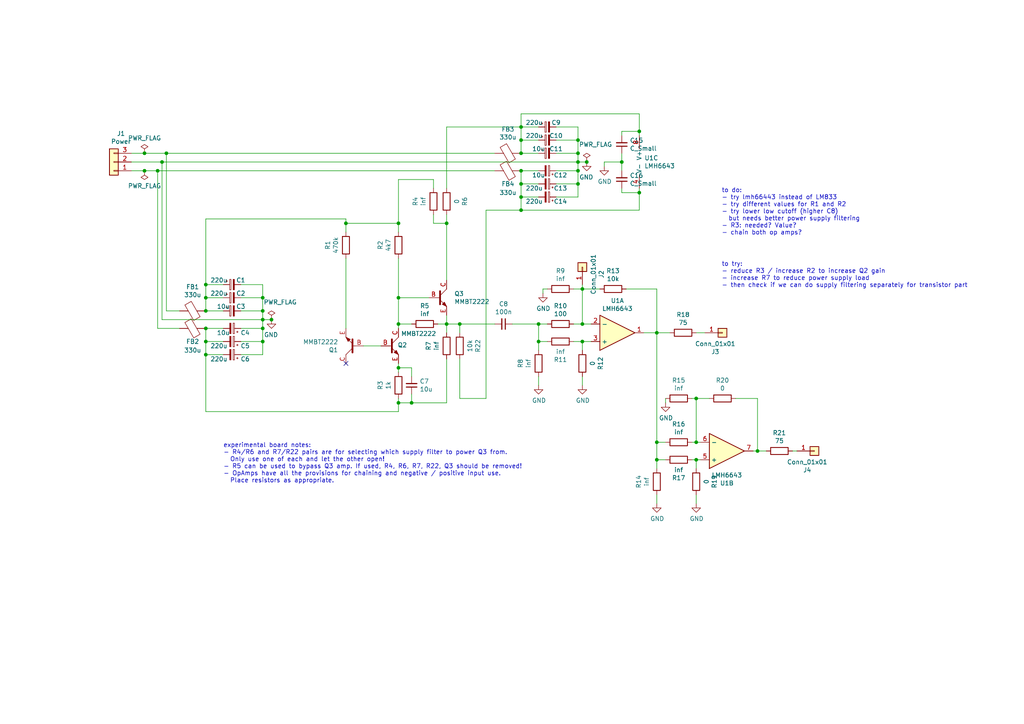
<source format=kicad_sch>
(kicad_sch (version 20231120) (generator "eeschema") (generator_version "8.0")
  (paper "A4")
  (lib_symbols
    (symbol "synkie_symbols:CP_Small" (pin_numbers hide) (pin_names (offset 0.254) hide)
      (property "Reference" "C" (at 0.254 1.778 0))
      (property "Value" "CP_Small" (at 0.254 -2.032 0))
      (symbol "CP_Small_0_1"
        (rectangle (start -1.524 -0.3048) (end 1.524 -0.6858) (fill (type outline)))
        (rectangle (start -1.524 0.6858) (end 1.524 0.3048))
        (polyline (pts (xy -1.27 1.524) (xy -0.762 1.524)))
        (polyline (pts (xy -1.016 1.27) (xy -1.016 1.778)))
      )
      (symbol "CP_Small_1_1"
        (pin passive line (at 0 2.54 270) (length 1.8542) (name "~") (number "1"))
        (pin passive line (at 0 -2.54 90) (length 1.8542) (name "~") (number "2"))
      )
    )
    (symbol "synkie_symbols:C_Small" (pin_numbers hide) (pin_names (offset 0.254) hide)
      (property "Reference" "C" (at 0.254 1.778 0))
      (property "Value" "C_Small" (at 0.254 -2.032 0))
      (symbol "C_Small_0_1"
        (polyline (pts (xy -1.524 -0.508) (xy 1.524 -0.508)) (stroke (width 0.3302)))
        (polyline (pts (xy -1.524 0.508) (xy 1.524 0.508)) (stroke (width 0.3048)))
      )
      (symbol "C_Small_1_1"
        (pin passive line (at 0 2.54 270) (length 2.032) (name "~") (number "1"))
        (pin passive line (at 0 -2.54 90) (length 2.032) (name "~") (number "2"))
      )
    )
    (symbol "synkie_symbols:Conn_01x01" (pin_names (offset 1.016) hide)
      (property "Reference" "J" (at 0 2.54 0))
      (property "Value" "Conn_01x01" (at 0 -2.54 0))
      (symbol "Conn_01x01_1_1"
        (rectangle (start -1.27 0.127) (end 0 -0.127) (stroke (width 0.1524)))
        (rectangle (start -1.27 1.27) (end 1.27 -1.27) (stroke (width 0.254)) (fill (type background)))
        (pin passive line (at -5.08 0 0) (length 3.81) (name "Pin_1") (number "1"))
      )
    )
    (symbol "synkie_symbols:Conn_01x03" (pin_names (offset 1.016) hide)
      (property "Reference" "J" (at 0 5.08 0))
      (property "Value" "Conn_01x03" (at 0 -5.08 0))
      (symbol "Conn_01x03_1_1"
        (rectangle (start -1.27 -2.413) (end 0 -2.667) (stroke (width 0.1524)))
        (rectangle (start -1.27 0.127) (end 0 -0.127) (stroke (width 0.1524)))
        (rectangle (start -1.27 2.667) (end 0 2.413) (stroke (width 0.1524)))
        (rectangle (start -1.27 3.81) (end 1.27 -3.81) (stroke (width 0.254)) (fill (type background)))
        (pin passive line (at -5.08 2.54 0) (length 3.81) (name "Pin_1") (number "1"))
        (pin passive line (at -5.08 0 0) (length 3.81) (name "Pin_2") (number "2"))
        (pin passive line (at -5.08 -2.54 0) (length 3.81) (name "Pin_3") (number "3"))
      )
    )
    (symbol "synkie_symbols:Ferrite_Bead" (pin_numbers hide) (pin_names (offset 0))
      (property "Reference" "FB" (at -3.81 0.635 90))
      (property "Value" "Ferrite_Bead" (at 3.81 0 90))
      (symbol "Ferrite_Bead_0_1"
        (polyline (pts (xy 0 -1.27) (xy 0 -1.2192)))
        (polyline (pts (xy 0 1.27) (xy 0 1.2954)))
        (polyline (pts (xy -2.7686 0.4064) (xy -1.7018 2.2606) (xy 2.7686 -0.3048) (xy 1.6764 -2.159) (xy -2.7686 0.4064)))
      )
      (symbol "Ferrite_Bead_1_1"
        (pin passive line (at 0 3.81 270) (length 2.54) (name "~") (number "1"))
        (pin passive line (at 0 -3.81 90) (length 2.54) (name "~") (number "2"))
      )
    )
    (symbol "synkie_symbols:GND" (power) (pin_names (offset 0))
      (property "Value" "GND" (at 0 -3.81 0))
      (symbol "GND_0_1"
        (polyline (pts (xy 0 0) (xy 0 -1.27) (xy 1.27 -1.27) (xy 0 -2.54) (xy -1.27 -1.27) (xy 0 -1.27)))
      )
      (symbol "GND_1_1"
        (pin power_in line (at 0 0 270) (length 0) hide (name "GND") (number "1"))
      )
    )
    (symbol "synkie_symbols:LMH6643"
      (property "Reference" "U" (at 0 5.08 0))
      (property "Value" "LMH6643" (at 0 -5.08 0))
      (symbol "LMH6643_1_1"
        (polyline (pts (xy -5.08 5.08) (xy 5.08 0) (xy -5.08 -5.08) (xy -5.08 5.08)) (stroke (width 0.254)) (fill (type background)))
        (pin output line (at 7.62 0 180) (length 2.54) (name "~") (number "1"))
        (pin input line (at -7.62 -2.54 0) (length 2.54) (name "-") (number "2"))
        (pin input line (at -7.62 2.54 0) (length 2.54) (name "+") (number "3"))
      )
      (symbol "LMH6643_2_1"
        (polyline (pts (xy -5.08 5.08) (xy 5.08 0) (xy -5.08 -5.08) (xy -5.08 5.08)) (stroke (width 0.254)) (fill (type background)))
        (pin input line (at -7.62 2.54 0) (length 2.54) (name "+") (number "5"))
        (pin input line (at -7.62 -2.54 0) (length 2.54) (name "-") (number "6"))
        (pin output line (at 7.62 0 180) (length 2.54) (name "~") (number "7"))
      )
      (symbol "LMH6643_3_1"
        (pin power_in line (at -2.54 -7.62 90) (length 3.81) (name "V-") (number "4"))
        (pin power_in line (at -2.54 7.62 270) (length 3.81) (name "V+") (number "8"))
      )
    )
    (symbol "synkie_symbols:PWR_FLAG" (power) (pin_numbers hide) (pin_names (offset 0) hide)
      (property "Value" "PWR_FLAG" (at 0 3.81 0))
      (symbol "PWR_FLAG_0_0"
        (pin power_out line (at 0 0 90) (length 0) (name "pwr") (number "1"))
      )
      (symbol "PWR_FLAG_0_1"
        (polyline (pts (xy 0 0) (xy 0 1.27) (xy -1.016 1.905) (xy 0 2.54) (xy 1.016 1.905) (xy 0 1.27)))
      )
    )
    (symbol "synkie_symbols:R" (pin_numbers hide) (pin_names (offset 0))
      (property "Reference" "R" (at 2.032 0 90))
      (property "Value" "R" (at 0 0 90))
      (symbol "R_0_1"
        (rectangle (start -1.016 -2.54) (end 1.016 2.54) (stroke (width 0.254)))
      )
      (symbol "R_1_1"
        (pin passive line (at 0 3.81 270) (length 1.27) (name "~") (number "1"))
        (pin passive line (at 0 -3.81 90) (length 1.27) (name "~") (number "2"))
      )
    )
    (symbol "synkie_symbols:Trans_NPN_Generic" (pin_names (offset 0) hide)
      (property "Reference" "Q" (at 2.54 1.27 0))
      (property "Value" "Trans_NPN_Generic" (at 10.16 -1.27 0))
      (symbol "Trans_NPN_Generic_1_1"
        (polyline (pts (xy -1.27 0) (xy -0.635 0)))
        (polyline (pts (xy -0.635 0.635) (xy 1.27 2.54)))
        (polyline (pts (xy -0.635 1.905) (xy -0.635 -1.905)) (stroke (width 0.508)))
        (polyline (pts (xy 1.27 -2.54) (xy -0.635 -0.635)))
        (polyline (pts (xy 0 -1.905) (xy 0.635 -1.27) (xy 1.27 -2.54) (xy 0 -1.905)) (fill (type outline)))
        (pin input line (at -3.81 0 0) (length 2.54) (name "B") (number "B"))
        (pin passive line (at 1.27 5.08 270) (length 2.54) (name "C") (number "C"))
        (pin passive line (at 1.27 -5.08 90) (length 2.54) (name "E") (number "E"))
      )
    )
  )
  (junction (at 151.13 53.34))
  (junction (at 151.13 60.96))
  (junction (at 100.33 64.77))
  (junction (at 115.57 64.77))
  (junction (at 48.26 44.45))
  (junction (at 151.13 36.83))
  (junction (at 156.21 99.06))
  (junction (at 156.21 93.98))
  (junction (at 151.13 44.45))
  (junction (at 78.74 92.71))
  (junction (at 115.57 116.84))
  (junction (at 167.64 49.53))
  (junction (at 180.34 46.99))
  (junction (at 219.71 130.81))
  (junction (at 201.93 133.35))
  (junction (at 133.35 93.98))
  (junction (at 115.57 93.98))
  (junction (at 76.2 90.17))
  (junction (at 167.64 44.45))
  (junction (at 185.42 55.88))
  (junction (at 115.57 106.68))
  (junction (at 201.93 128.27))
  (junction (at 46.99 46.99))
  (junction (at 185.42 38.1))
  (junction (at 59.69 102.87))
  (junction (at 41.91 44.45))
  (junction (at 201.93 115.57))
  (junction (at 76.2 99.06))
  (junction (at 170.18 46.99))
  (junction (at 151.13 49.53))
  (junction (at 190.5 133.35))
  (junction (at 168.91 83.82))
  (junction (at 45.72 49.53))
  (junction (at 115.57 86.36))
  (junction (at 151.13 40.64))
  (junction (at 190.5 96.52))
  (junction (at 167.64 46.99))
  (junction (at 59.69 95.25))
  (junction (at 59.69 82.55))
  (junction (at 151.13 57.15))
  (junction (at 168.91 99.06))
  (junction (at 76.2 92.71))
  (junction (at 59.69 86.36))
  (junction (at 168.91 93.98))
  (junction (at 41.91 49.53))
  (junction (at 129.54 64.77))
  (junction (at 59.69 90.17))
  (junction (at 167.64 40.64))
  (junction (at 129.54 93.98))
  (junction (at 59.69 99.06))
  (junction (at 76.2 95.25))
  (junction (at 76.2 86.36))
  (junction (at 119.38 116.84))
  (junction (at 167.64 53.34))
  (junction (at 190.5 128.27))
  (no_connect (at 100.33 105.41))
  (wire (pts (xy 115.57 119.38) (xy 115.57 116.84)))
  (wire (pts (xy 45.72 95.25) (xy 45.72 49.53)))
  (wire (pts (xy 190.5 143.51) (xy 190.5 146.05)))
  (wire (pts (xy 190.5 133.35) (xy 193.04 133.35)))
  (wire (pts (xy 115.57 67.31) (xy 115.57 64.77)))
  (wire (pts (xy 115.57 93.98) (xy 115.57 95.25)))
  (wire (pts (xy 64.77 82.55) (xy 59.69 82.55)))
  (wire (pts (xy 180.34 55.88) (xy 185.42 55.88)))
  (wire (pts (xy 133.35 93.98) (xy 143.51 93.98)))
  (wire (pts (xy 76.2 90.17) (xy 69.85 90.17)))
  (wire (pts (xy 158.75 83.82) (xy 157.48 83.82)))
  (wire (pts (xy 156.21 36.83) (xy 151.13 36.83)))
  (wire (pts (xy 46.99 92.71) (xy 76.2 92.71)))
  (wire (pts (xy 119.38 116.84) (xy 115.57 116.84)))
  (wire (pts (xy 115.57 106.68) (xy 115.57 105.41)))
  (wire (pts (xy 69.85 102.87) (xy 76.2 102.87)))
  (wire (pts (xy 168.91 83.82) (xy 166.37 83.82)))
  (wire (pts (xy 59.69 102.87) (xy 59.69 119.38)))
  (wire (pts (xy 168.91 101.6) (xy 168.91 99.06)))
  (wire (pts (xy 125.73 62.23) (xy 125.73 64.77)))
  (wire (pts (xy 38.1 46.99) (xy 46.99 46.99)))
  (wire (pts (xy 190.5 128.27) (xy 190.5 133.35)))
  (wire (pts (xy 175.26 48.26) (xy 175.26 46.99)))
  (wire (pts (xy 200.66 133.35) (xy 201.93 133.35)))
  (wire (pts (xy 156.21 101.6) (xy 156.21 99.06)))
  (wire (pts (xy 76.2 92.71) (xy 76.2 95.25)))
  (wire (pts (xy 200.66 128.27) (xy 201.93 128.27)))
  (wire (pts (xy 64.77 102.87) (xy 59.69 102.87)))
  (wire (pts (xy 76.2 82.55) (xy 69.85 82.55)))
  (wire (pts (xy 166.37 99.06) (xy 168.91 99.06)))
  (wire (pts (xy 185.42 54.61) (xy 185.42 55.88)))
  (wire (pts (xy 115.57 86.36) (xy 115.57 93.98)))
  (wire (pts (xy 64.77 86.36) (xy 59.69 86.36)))
  (wire (pts (xy 69.85 99.06) (xy 76.2 99.06)))
  (wire (pts (xy 167.64 46.99) (xy 167.64 49.53)))
  (wire (pts (xy 180.34 46.99) (xy 180.34 49.53)))
  (wire (pts (xy 167.64 40.64) (xy 167.64 36.83)))
  (wire (pts (xy 167.64 46.99) (xy 170.18 46.99)))
  (wire (pts (xy 201.93 143.51) (xy 201.93 146.05)))
  (wire (pts (xy 100.33 63.5) (xy 100.33 64.77)))
  (wire (pts (xy 168.91 82.55) (xy 168.91 83.82)))
  (wire (pts (xy 219.71 115.57) (xy 219.71 130.81)))
  (wire (pts (xy 100.33 64.77) (xy 100.33 67.31)))
  (wire (pts (xy 167.64 36.83) (xy 161.29 36.83)))
  (wire (pts (xy 127 93.98) (xy 129.54 93.98)))
  (wire (pts (xy 151.13 40.64) (xy 151.13 44.45)))
  (wire (pts (xy 125.73 52.07) (xy 115.57 52.07)))
  (wire (pts (xy 133.35 93.98) (xy 133.35 96.52)))
  (wire (pts (xy 190.5 83.82) (xy 181.61 83.82)))
  (wire (pts (xy 46.99 92.71) (xy 46.99 46.99)))
  (wire (pts (xy 180.34 38.1) (xy 185.42 38.1)))
  (wire (pts (xy 156.21 93.98) (xy 158.75 93.98)))
  (wire (pts (xy 129.54 104.14) (xy 129.54 116.84)))
  (wire (pts (xy 201.93 133.35) (xy 203.2 133.35)))
  (wire (pts (xy 190.5 135.89) (xy 190.5 133.35)))
  (wire (pts (xy 48.26 44.45) (xy 143.51 44.45)))
  (wire (pts (xy 167.64 44.45) (xy 167.64 46.99)))
  (wire (pts (xy 46.99 46.99) (xy 167.64 46.99)))
  (wire (pts (xy 168.91 109.22) (xy 168.91 111.76)))
  (wire (pts (xy 100.33 74.93) (xy 100.33 95.25)))
  (wire (pts (xy 200.66 115.57) (xy 201.93 115.57)))
  (wire (pts (xy 151.13 53.34) (xy 151.13 49.53)))
  (wire (pts (xy 119.38 106.68) (xy 119.38 109.22)))
  (wire (pts (xy 115.57 106.68) (xy 119.38 106.68)))
  (wire (pts (xy 201.93 96.52) (xy 204.47 96.52)))
  (wire (pts (xy 45.72 49.53) (xy 143.51 49.53)))
  (wire (pts (xy 185.42 33.02) (xy 151.13 33.02)))
  (wire (pts (xy 140.97 60.96) (xy 151.13 60.96)))
  (wire (pts (xy 119.38 114.3) (xy 119.38 116.84)))
  (wire (pts (xy 185.42 38.1) (xy 185.42 39.37)))
  (wire (pts (xy 167.64 57.15) (xy 167.64 53.34)))
  (wire (pts (xy 64.77 99.06) (xy 59.69 99.06)))
  (wire (pts (xy 193.04 115.57) (xy 193.04 116.84)))
  (wire (pts (xy 119.38 93.98) (xy 115.57 93.98)))
  (wire (pts (xy 125.73 54.61) (xy 125.73 52.07)))
  (wire (pts (xy 185.42 60.96) (xy 151.13 60.96)))
  (wire (pts (xy 76.2 99.06) (xy 76.2 95.25)))
  (wire (pts (xy 173.99 83.82) (xy 168.91 83.82)))
  (wire (pts (xy 76.2 102.87) (xy 76.2 99.06)))
  (wire (pts (xy 167.64 53.34) (xy 167.64 49.53)))
  (wire (pts (xy 190.5 96.52) (xy 190.5 83.82)))
  (wire (pts (xy 161.29 40.64) (xy 167.64 40.64)))
  (wire (pts (xy 167.64 49.53) (xy 161.29 49.53)))
  (wire (pts (xy 76.2 90.17) (xy 76.2 86.36)))
  (wire (pts (xy 59.69 102.87) (xy 59.69 99.06)))
  (wire (pts (xy 76.2 95.25) (xy 69.85 95.25)))
  (wire (pts (xy 129.54 64.77) (xy 129.54 81.28)))
  (wire (pts (xy 129.54 93.98) (xy 133.35 93.98)))
  (wire (pts (xy 115.57 52.07) (xy 115.57 64.77)))
  (wire (pts (xy 105.41 100.33) (xy 110.49 100.33)))
  (wire (pts (xy 115.57 107.95) (xy 115.57 106.68)))
  (wire (pts (xy 52.07 90.17) (xy 48.26 90.17)))
  (wire (pts (xy 115.57 74.93) (xy 115.57 86.36)))
  (wire (pts (xy 201.93 128.27) (xy 203.2 128.27)))
  (wire (pts (xy 158.75 99.06) (xy 156.21 99.06)))
  (wire (pts (xy 156.21 99.06) (xy 156.21 93.98)))
  (wire (pts (xy 115.57 115.57) (xy 115.57 116.84)))
  (wire (pts (xy 167.64 44.45) (xy 161.29 44.45)))
  (wire (pts (xy 59.69 119.38) (xy 115.57 119.38)))
  (wire (pts (xy 161.29 57.15) (xy 167.64 57.15)))
  (wire (pts (xy 69.85 86.36) (xy 76.2 86.36)))
  (wire (pts (xy 175.26 46.99) (xy 180.34 46.99)))
  (wire (pts (xy 201.93 115.57) (xy 205.74 115.57)))
  (wire (pts (xy 115.57 64.77) (xy 100.33 64.77)))
  (wire (pts (xy 129.54 36.83) (xy 129.54 54.61)))
  (wire (pts (xy 180.34 54.61) (xy 180.34 55.88)))
  (wire (pts (xy 129.54 93.98) (xy 129.54 96.52)))
  (wire (pts (xy 59.69 63.5) (xy 100.33 63.5)))
  (wire (pts (xy 151.13 60.96) (xy 151.13 57.15)))
  (wire (pts (xy 201.93 115.57) (xy 201.93 128.27)))
  (wire (pts (xy 201.93 135.89) (xy 201.93 133.35)))
  (wire (pts (xy 190.5 96.52) (xy 190.5 128.27)))
  (wire (pts (xy 124.46 86.36) (xy 115.57 86.36)))
  (wire (pts (xy 161.29 53.34) (xy 167.64 53.34)))
  (wire (pts (xy 180.34 44.45) (xy 180.34 46.99)))
  (wire (pts (xy 168.91 83.82) (xy 168.91 93.98)))
  (wire (pts (xy 185.42 33.02) (xy 185.42 38.1)))
  (wire (pts (xy 133.35 104.14) (xy 133.35 115.57)))
  (wire (pts (xy 156.21 40.64) (xy 151.13 40.64)))
  (wire (pts (xy 218.44 130.81) (xy 219.71 130.81)))
  (wire (pts (xy 64.77 95.25) (xy 59.69 95.25)))
  (wire (pts (xy 59.69 99.06) (xy 59.69 95.25)))
  (wire (pts (xy 76.2 86.36) (xy 76.2 82.55)))
  (wire (pts (xy 129.54 116.84) (xy 119.38 116.84)))
  (wire (pts (xy 157.48 83.82) (xy 157.48 85.09)))
  (wire (pts (xy 140.97 115.57) (xy 140.97 60.96)))
  (wire (pts (xy 213.36 115.57) (xy 219.71 115.57)))
  (wire (pts (xy 59.69 86.36) (xy 59.69 90.17)))
  (wire (pts (xy 38.1 44.45) (xy 41.91 44.45)))
  (wire (pts (xy 129.54 91.44) (xy 129.54 93.98)))
  (wire (pts (xy 167.64 44.45) (xy 167.64 40.64)))
  (wire (pts (xy 59.69 82.55) (xy 59.69 63.5)))
  (wire (pts (xy 129.54 62.23) (xy 129.54 64.77)))
  (wire (pts (xy 125.73 64.77) (xy 129.54 64.77)))
  (wire (pts (xy 38.1 49.53) (xy 41.91 49.53)))
  (wire (pts (xy 180.34 39.37) (xy 180.34 38.1)))
  (wire (pts (xy 229.87 130.81) (xy 231.14 130.81)))
  (wire (pts (xy 76.2 92.71) (xy 78.74 92.71)))
  (wire (pts (xy 156.21 109.22) (xy 156.21 111.76)))
  (wire (pts (xy 168.91 99.06) (xy 171.45 99.06)))
  (wire (pts (xy 186.69 96.52) (xy 190.5 96.52)))
  (wire (pts (xy 156.21 44.45) (xy 151.13 44.45)))
  (wire (pts (xy 151.13 36.83) (xy 129.54 36.83)))
  (wire (pts (xy 41.91 44.45) (xy 48.26 44.45)))
  (wire (pts (xy 168.91 93.98) (xy 171.45 93.98)))
  (wire (pts (xy 151.13 57.15) (xy 151.13 53.34)))
  (wire (pts (xy 185.42 55.88) (xy 185.42 60.96)))
  (wire (pts (xy 48.26 90.17) (xy 48.26 44.45)))
  (wire (pts (xy 193.04 128.27) (xy 190.5 128.27)))
  (wire (pts (xy 151.13 36.83) (xy 151.13 40.64)))
  (wire (pts (xy 52.07 95.25) (xy 45.72 95.25)))
  (wire (pts (xy 76.2 90.17) (xy 76.2 92.71)))
  (wire (pts (xy 59.69 82.55) (xy 59.69 86.36)))
  (wire (pts (xy 156.21 57.15) (xy 151.13 57.15)))
  (wire (pts (xy 194.31 96.52) (xy 190.5 96.52)))
  (wire (pts (xy 133.35 115.57) (xy 140.97 115.57)))
  (wire (pts (xy 41.91 49.53) (xy 45.72 49.53)))
  (wire (pts (xy 64.77 90.17) (xy 59.69 90.17)))
  (wire (pts (xy 156.21 49.53) (xy 151.13 49.53)))
  (wire (pts (xy 148.59 93.98) (xy 156.21 93.98)))
  (wire (pts (xy 156.21 53.34) (xy 151.13 53.34)))
  (wire (pts (xy 219.71 130.81) (xy 222.25 130.81)))
  (wire (pts (xy 151.13 33.02) (xy 151.13 36.83)))
  (wire (pts (xy 166.37 93.98) (xy 168.91 93.98)))
  (text "to do:\n- try lmh66443 instead of LM833\n- try different values for R1 and R2\n- try lower low cutoff (higher C8)\n  but needs better power supply filtering\n- R3: needed? Value?\n- chain both op amps?" (at 209.296 68.326 0) (effects (font (size 1.27 1.27)) (justify left bottom)))
  (text "experimental board notes:\n- R4/R6 and R7/R22 pairs are for selecting which supply filter to power Q3 from.\n  Only use one of each and let the other open!\n- R5 can be used to bypass Q3 amp. If used, R4, R6, R7, R22, Q3 should be removed!\n- OpAmps have all the provisions for chaining and negative / positive input use.\n  Place resistors as appropriate." (at 64.77 134.366 0) (effects (font (size 1.27 1.27)) (justify left)))
  (text "to try:\n- reduce R3 / increase R2 to increase Q2 gain\n- increase R7 to reduce power supply load\n- then check if we can do supply filtering separately for transistor part" (at 209.296 83.566 0) (effects (font (size 1.27 1.27)) (justify left bottom)))
  (symbol (lib_id "synkie_symbols:Conn_01x03") (at 33.02 46.99 180) (unit 1)
    (property "Reference" "J1" (at 35.1028 38.735 0))
    (property "Value" "Power" (at 35.1028 41.0464 0))
    (property "Footprint" "synkie_footprints:Molex_KK-254_AE-6410-03A_1x03_P2.54mm_Vertical" (effects (hide yes)))
  )
  (symbol (lib_id "synkie_symbols:CP_Small") (at 67.31 90.17 90) (mirror x) (unit 1)
    (property "Reference" "C3" (at 69.85 88.9 90))
    (property "Value" "10u" (at 64.77 88.9 90))
    (property "Footprint" "synkie_footprints:CP_EIA-3528-21_Kemet-B_Pad1.50x2.35mm_HandSolder" (effects (hide yes)))
  )
  (symbol (lib_id "synkie_symbols:Ferrite_Bead") (at 55.88 90.17 90) (mirror x) (unit 1)
    (property "Reference" "FB1" (at 55.88 83.2104 90))
    (property "Value" "330u" (at 55.88 85.5218 90))
    (property "Footprint" "synkie_footprints:L_1206_3216Metric_Pad1.42x1.75mm_HandSolder" (effects (hide yes)))
  )
  (symbol (lib_id "synkie_symbols:Ferrite_Bead") (at 55.88 95.25 90) (mirror x) (unit 1)
    (property "Reference" "FB2" (at 55.88 99.06 90))
    (property "Value" "330u" (at 55.88 101.6 90))
    (property "Footprint" "synkie_footprints:L_1206_3216Metric_Pad1.42x1.75mm_HandSolder" (effects (hide yes)))
  )
  (symbol (lib_id "synkie_symbols:CP_Small") (at 67.31 95.25 270) (mirror x) (unit 1)
    (property "Reference" "C4" (at 71.12 96.52 90))
    (property "Value" "10u" (at 64.77 96.52 90))
    (property "Footprint" "synkie_footprints:CP_EIA-3528-21_Kemet-B_Pad1.50x2.35mm_HandSolder" (effects (hide yes)))
  )
  (symbol (lib_id "synkie_symbols:GND") (at 78.74 92.71 0) (mirror y) (unit 1)
    (property "Reference" "#PWR01" (effects (hide yes)))
    (property "Value" "GND" (at 78.613 97.1042 0))
  )
  (symbol (lib_id "synkie_symbols:PWR_FLAG") (at 78.74 92.71 0) (mirror y) (unit 1)
    (property "Reference" "#FLG03" (effects (hide yes)))
    (property "Value" "PWR_FLAG" (at 81.28 87.63 0))
  )
  (symbol (lib_id "synkie_symbols:Trans_NPN_Generic") (at 114.3 100.33 0) (unit 1)
    (property "Reference" "Q2" (at 115.316 100.076 0) (effects (justify left)))
    (property "Value" "MMBT2222" (at 116.332 96.774 0) (effects (justify left)))
    (property "Footprint" "synkie_footprints:SOT-23_BEC" (effects (hide yes)))
  )
  (symbol (lib_id "synkie_symbols:R") (at 115.57 71.12 0) (unit 1)
    (property "Reference" "R2" (at 110.3122 71.12 90))
    (property "Value" "4k7" (at 112.6236 71.12 90))
    (property "Footprint" "synkie_footprints:R_0805_2012Metric_Pad1.15x1.40mm_HandSolder" (effects (hide yes)))
  )
  (symbol (lib_id "synkie_symbols:R") (at 100.33 71.12 0) (unit 1)
    (property "Reference" "R1" (at 95.0722 71.12 90))
    (property "Value" "470k" (at 97.3836 71.12 90))
    (property "Footprint" "synkie_footprints:R_0805_2012Metric_Pad1.15x1.40mm_HandSolder" (effects (hide yes)))
  )
  (symbol (lib_id "synkie_symbols:Trans_NPN_Generic") (at 128.27 86.36 0) (unit 1)
    (property "Reference" "Q3" (at 131.7752 85.1916 0) (effects (justify left)))
    (property "Value" "MMBT2222" (at 131.7752 87.503 0) (effects (justify left)))
    (property "Footprint" "synkie_footprints:SOT-23_BEC" (effects (hide yes)))
  )
  (symbol (lib_id "synkie_symbols:R") (at 129.54 100.33 0) (unit 1)
    (property "Reference" "R7" (at 124.2822 100.33 90))
    (property "Value" "inf" (at 126.5936 100.33 90))
    (property "Footprint" "synkie_footprints:R_0805_2012Metric_Pad1.15x1.40mm_HandSolder" (effects (hide yes)))
  )
  (symbol (lib_id "synkie_symbols:C_Small") (at 146.05 93.98 270) (unit 1)
    (property "Reference" "C8" (at 146.05 88.1634 90))
    (property "Value" "100n" (at 146.05 90.4748 90))
    (property "Footprint" "synkie_footprints:C_0805_2012Metric_Pad1.15x1.40mm_HandSolder" (effects (hide yes)))
  )
  (symbol (lib_id "synkie_symbols:LMH6643") (at 179.07 96.52 0) (mirror x) (unit 1)
    (property "Reference" "U1" (at 179.07 87.1982 0))
    (property "Value" "LMH6643" (at 179.07 89.5096 0))
    (property "Footprint" "synkie_footprints:SOIC-8_3.9x4.9mm_P1.27mm" (effects (hide yes)))
  )
  (symbol (lib_id "synkie_symbols:R") (at 162.56 93.98 270) (unit 1)
    (property "Reference" "R10" (at 162.56 88.7222 90))
    (property "Value" "100" (at 162.56 91.0336 90))
    (property "Footprint" "synkie_footprints:R_0805_2012Metric_Pad1.15x1.40mm_HandSolder" (effects (hide yes)))
  )
  (symbol (lib_id "synkie_symbols:R") (at 177.8 83.82 270) (unit 1)
    (property "Reference" "R13" (at 177.8 78.5622 90))
    (property "Value" "10k" (at 177.8 80.8736 90))
    (property "Footprint" "synkie_footprints:R_0805_2012Metric_Pad1.15x1.40mm_HandSolder" (effects (hide yes)))
  )
  (symbol (lib_id "synkie_symbols:R") (at 198.12 96.52 270) (unit 1)
    (property "Reference" "R18" (at 198.12 91.2622 90))
    (property "Value" "75" (at 198.12 93.5736 90))
    (property "Footprint" "synkie_footprints:R_0805_2012Metric_Pad1.15x1.40mm_HandSolder" (effects (hide yes)))
  )
  (symbol (lib_id "synkie_symbols:Conn_01x01") (at 209.55 96.52 0) (mirror x) (unit 1)
    (property "Reference" "J3" (at 207.4672 102.0318 0))
    (property "Value" "Conn_01x01" (at 207.4672 99.7204 0))
    (property "Footprint" "synkie_footprints:Solderpad_1mm" (effects (hide yes)))
  )
  (symbol (lib_id "synkie_symbols:Conn_01x01") (at 168.91 77.47 270) (mirror x) (unit 1)
    (property "Reference" "J2" (at 174.4218 79.5528 0))
    (property "Value" "Conn_01x01" (at 172.1104 79.5528 0))
    (property "Footprint" "synkie_footprints:Solderpad_1mm" (effects (hide yes)))
  )
  (symbol (lib_id "synkie_symbols:CP_Small") (at 67.31 86.36 90) (mirror x) (unit 1)
    (property "Reference" "C2" (at 69.85 85.09 90))
    (property "Value" "220u" (at 63.5 85.09 90))
    (property "Footprint" "synkie_footprints:CP_EIA-3528-21_Kemet-B_Pad1.50x2.35mm_HandSolder" (effects (hide yes)))
  )
  (symbol (lib_id "synkie_symbols:CP_Small") (at 67.31 82.55 90) (mirror x) (unit 1)
    (property "Reference" "C1" (at 69.85 81.28 90))
    (property "Value" "220u" (at 63.5 81.28 90))
    (property "Footprint" "synkie_footprints:CP_EIA-3528-21_Kemet-B_Pad1.50x2.35mm_HandSolder" (effects (hide yes)))
  )
  (symbol (lib_id "synkie_symbols:CP_Small") (at 67.31 99.06 270) (mirror x) (unit 1)
    (property "Reference" "C5" (at 71.12 100.33 90))
    (property "Value" "220u" (at 63.5 100.33 90))
    (property "Footprint" "synkie_footprints:CP_EIA-3528-21_Kemet-B_Pad1.50x2.35mm_HandSolder" (effects (hide yes)))
  )
  (symbol (lib_id "synkie_symbols:CP_Small") (at 67.31 102.87 270) (mirror x) (unit 1)
    (property "Reference" "C6" (at 71.12 104.14 90))
    (property "Value" "220u" (at 63.5 104.14 90))
    (property "Footprint" "synkie_footprints:CP_EIA-3528-21_Kemet-B_Pad1.50x2.35mm_HandSolder" (effects (hide yes)))
  )
  (symbol (lib_id "synkie_symbols:GND") (at 168.91 111.76 0) (unit 1)
    (property "Reference" "#PWR04" (effects (hide yes)))
    (property "Value" "GND" (at 169.037 116.1542 0))
  )
  (symbol (lib_id "synkie_symbols:LMH6643") (at 210.82 130.81 0) (mirror x) (unit 2)
    (property "Reference" "U1" (at 210.82 140.1318 0))
    (property "Value" "LMH6643" (at 210.82 137.8204 0))
    (property "Footprint" "synkie_footprints:SOIC-8_3.9x4.9mm_P1.27mm" (effects (hide yes)))
  )
  (symbol (lib_id "synkie_symbols:R") (at 209.55 115.57 270) (unit 1)
    (property "Reference" "R20" (at 209.55 110.3122 90))
    (property "Value" "0" (at 209.55 112.6236 90))
    (property "Footprint" "synkie_footprints:R_0805_2012Metric_Pad1.15x1.40mm_HandSolder" (effects (hide yes)))
  )
  (symbol (lib_id "synkie_symbols:Conn_01x01") (at 236.22 130.81 0) (mirror x) (unit 1)
    (property "Reference" "J4" (at 234.1372 136.3218 0))
    (property "Value" "Conn_01x01" (at 234.1372 134.0104 0))
    (property "Footprint" "synkie_footprints:Solderpad_1mm" (effects (hide yes)))
  )
  (symbol (lib_id "synkie_symbols:LMH6643") (at 187.96 46.99 0) (unit 3)
    (property "Reference" "U1" (at 186.8932 45.8216 0) (effects (justify left)))
    (property "Value" "LMH6643" (at 186.8932 48.133 0) (effects (justify left)))
    (property "Footprint" "synkie_footprints:SOIC-8_3.9x4.9mm_P1.27mm" (effects (hide yes)))
  )
  (symbol (lib_id "synkie_symbols:C_Small") (at 180.34 41.91 180) (unit 1)
    (property "Reference" "C15" (at 182.6768 40.7416 0) (effects (justify right)))
    (property "Value" "C_Small" (at 182.6768 43.053 0) (effects (justify right)))
    (property "Footprint" "synkie_footprints:C_0805_2012Metric_Pad1.15x1.40mm_HandSolder" (effects (hide yes)))
  )
  (symbol (lib_id "synkie_symbols:C_Small") (at 180.34 52.07 180) (unit 1)
    (property "Reference" "C16" (at 182.6768 50.9016 0) (effects (justify right)))
    (property "Value" "C_Small" (at 182.6768 53.213 0) (effects (justify right)))
    (property "Footprint" "synkie_footprints:C_0805_2012Metric_Pad1.15x1.40mm_HandSolder" (effects (hide yes)))
  )
  (symbol (lib_id "synkie_symbols:GND") (at 175.26 48.26 0) (unit 1)
    (property "Reference" "#PWR06" (effects (hide yes)))
    (property "Value" "GND" (at 175.387 52.6542 0))
  )
  (symbol (lib_id "synkie_symbols:R") (at 115.57 111.76 0) (unit 1)
    (property "Reference" "R3" (at 110.3122 111.76 90))
    (property "Value" "1k" (at 112.6236 111.76 90))
    (property "Footprint" "synkie_footprints:R_0805_2012Metric_Pad1.15x1.40mm_HandSolder" (effects (hide yes)))
  )
  (symbol (lib_id "synkie_symbols:C_Small") (at 119.38 111.76 180) (unit 1)
    (property "Reference" "C7" (at 121.7168 110.5916 0) (effects (justify right)))
    (property "Value" "10u" (at 121.7168 112.903 0) (effects (justify right)))
    (property "Footprint" "synkie_footprints:C_0805_2012Metric_Pad1.15x1.40mm_HandSolder" (effects (hide yes)))
  )
  (symbol (lib_id "synkie_symbols:Trans_NPN_Generic") (at 101.6 100.33 180) (unit 1)
    (property "Reference" "Q1" (at 98.0948 101.4984 0) (effects (justify left)))
    (property "Value" "MMBT2222" (at 98.0948 99.187 0) (effects (justify left)))
    (property "Footprint" "synkie_footprints:SOT-23_BEC" (effects (hide yes)))
  )
  (symbol (lib_id "synkie_symbols:R") (at 123.19 93.98 270) (unit 1)
    (property "Reference" "R5" (at 123.19 88.7222 90))
    (property "Value" "inf" (at 123.19 91.0336 90))
    (property "Footprint" "synkie_footprints:R_0805_2012Metric_Pad1.15x1.40mm_HandSolder" (effects (hide yes)))
  )
  (symbol (lib_id "synkie_symbols:R") (at 168.91 105.41 180) (unit 1)
    (property "Reference" "R12" (at 174.1678 105.41 90))
    (property "Value" "0" (at 171.8564 105.41 90))
    (property "Footprint" "synkie_footprints:R_0805_2012Metric_Pad1.15x1.40mm_HandSolder" (effects (hide yes)))
  )
  (symbol (lib_id "synkie_symbols:R") (at 162.56 99.06 270) (mirror x) (unit 1)
    (property "Reference" "R11" (at 162.56 104.3178 90))
    (property "Value" "inf" (at 162.56 102.0064 90))
    (property "Footprint" "synkie_footprints:R_0805_2012Metric_Pad1.15x1.40mm_HandSolder" (effects (hide yes)))
  )
  (symbol (lib_id "synkie_symbols:R") (at 162.56 83.82 270) (unit 1)
    (property "Reference" "R9" (at 162.56 78.5622 90))
    (property "Value" "inf" (at 162.56 80.8736 90))
    (property "Footprint" "synkie_footprints:R_0805_2012Metric_Pad1.15x1.40mm_HandSolder" (effects (hide yes)))
  )
  (symbol (lib_id "synkie_symbols:GND") (at 157.48 85.09 0) (unit 1)
    (property "Reference" "#PWR03" (effects (hide yes)))
    (property "Value" "GND" (at 157.607 89.4842 0))
  )
  (symbol (lib_id "synkie_symbols:R") (at 156.21 105.41 0) (mirror x) (unit 1)
    (property "Reference" "R8" (at 150.9522 105.41 90))
    (property "Value" "inf" (at 153.2636 105.41 90))
    (property "Footprint" "synkie_footprints:R_0805_2012Metric_Pad1.15x1.40mm_HandSolder" (effects (hide yes)))
  )
  (symbol (lib_id "synkie_symbols:GND") (at 156.21 111.76 0) (unit 1)
    (property "Reference" "#PWR02" (effects (hide yes)))
    (property "Value" "GND" (at 156.337 116.1542 0))
  )
  (symbol (lib_id "synkie_symbols:CP_Small") (at 158.75 57.15 270) (mirror x) (unit 1)
    (property "Reference" "C14" (at 162.56 58.42 90))
    (property "Value" "220u" (at 154.94 58.42 90))
    (property "Footprint" "synkie_footprints:CP_EIA-3528-21_Kemet-B_Pad1.50x2.35mm_HandSolder" (effects (hide yes)))
  )
  (symbol (lib_id "synkie_symbols:CP_Small") (at 158.75 53.34 270) (mirror x) (unit 1)
    (property "Reference" "C13" (at 162.56 54.61 90))
    (property "Value" "220u" (at 154.94 54.61 90))
    (property "Footprint" "synkie_footprints:CP_EIA-3528-21_Kemet-B_Pad1.50x2.35mm_HandSolder" (effects (hide yes)))
  )
  (symbol (lib_id "synkie_symbols:CP_Small") (at 158.75 36.83 90) (mirror x) (unit 1)
    (property "Reference" "C9" (at 161.29 35.56 90))
    (property "Value" "220u" (at 154.94 35.56 90))
    (property "Footprint" "synkie_footprints:CP_EIA-3528-21_Kemet-B_Pad1.50x2.35mm_HandSolder" (effects (hide yes)))
  )
  (symbol (lib_id "synkie_symbols:CP_Small") (at 158.75 40.64 90) (mirror x) (unit 1)
    (property "Reference" "C10" (at 161.29 39.37 90))
    (property "Value" "220u" (at 154.94 39.37 90))
    (property "Footprint" "synkie_footprints:CP_EIA-3528-21_Kemet-B_Pad1.50x2.35mm_HandSolder" (effects (hide yes)))
  )
  (symbol (lib_id "synkie_symbols:PWR_FLAG") (at 170.18 46.99 0) (mirror y) (unit 1)
    (property "Reference" "#FLG04" (effects (hide yes)))
    (property "Value" "PWR_FLAG" (at 172.72 41.91 0))
  )
  (symbol (lib_id "synkie_symbols:GND") (at 170.18 46.99 0) (mirror y) (unit 1)
    (property "Reference" "#PWR05" (effects (hide yes)))
    (property "Value" "GND" (at 170.053 51.3842 0))
  )
  (symbol (lib_id "synkie_symbols:CP_Small") (at 158.75 49.53 270) (mirror x) (unit 1)
    (property "Reference" "C12" (at 162.56 50.8 90))
    (property "Value" "10u" (at 156.21 50.8 90))
    (property "Footprint" "synkie_footprints:CP_EIA-3528-21_Kemet-B_Pad1.50x2.35mm_HandSolder" (effects (hide yes)))
  )
  (symbol (lib_id "synkie_symbols:Ferrite_Bead") (at 147.32 44.45 90) (mirror x) (unit 1)
    (property "Reference" "FB3" (at 147.32 37.4904 90))
    (property "Value" "330u" (at 147.32 39.8018 90))
    (property "Footprint" "synkie_footprints:L_1206_3216Metric_Pad1.42x1.75mm_HandSolder" (effects (hide yes)))
  )
  (symbol (lib_id "synkie_symbols:Ferrite_Bead") (at 147.32 49.53 90) (mirror x) (unit 1)
    (property "Reference" "FB4" (at 147.32 53.34 90))
    (property "Value" "330u" (at 147.32 55.88 90))
    (property "Footprint" "synkie_footprints:L_1206_3216Metric_Pad1.42x1.75mm_HandSolder" (effects (hide yes)))
  )
  (symbol (lib_id "synkie_symbols:CP_Small") (at 158.75 44.45 90) (mirror x) (unit 1)
    (property "Reference" "C11" (at 161.29 43.18 90))
    (property "Value" "10u" (at 156.21 43.18 90))
    (property "Footprint" "synkie_footprints:CP_EIA-3528-21_Kemet-B_Pad1.50x2.35mm_HandSolder" (effects (hide yes)))
  )
  (symbol (lib_id "synkie_symbols:R") (at 129.54 58.42 0) (mirror y) (unit 1)
    (property "Reference" "R6" (at 134.7978 58.42 90))
    (property "Value" "0" (at 132.4864 58.42 90))
    (property "Footprint" "synkie_footprints:R_0805_2012Metric_Pad1.15x1.40mm_HandSolder" (effects (hide yes)))
  )
  (symbol (lib_id "synkie_symbols:R") (at 196.85 128.27 270) (unit 1)
    (property "Reference" "R16" (at 196.85 123.0122 90))
    (property "Value" "inf" (at 196.85 125.3236 90))
    (property "Footprint" "synkie_footprints:R_0805_2012Metric_Pad1.15x1.40mm_HandSolder" (effects (hide yes)))
  )
  (symbol (lib_id "synkie_symbols:R") (at 196.85 133.35 270) (mirror x) (unit 1)
    (property "Reference" "R17" (at 196.85 138.6078 90))
    (property "Value" "inf" (at 196.85 136.2964 90))
    (property "Footprint" "synkie_footprints:R_0805_2012Metric_Pad1.15x1.40mm_HandSolder" (effects (hide yes)))
  )
  (symbol (lib_id "synkie_symbols:R") (at 226.06 130.81 270) (unit 1)
    (property "Reference" "R21" (at 226.06 125.5522 90))
    (property "Value" "75" (at 226.06 127.8636 90))
    (property "Footprint" "synkie_footprints:R_0805_2012Metric_Pad1.15x1.40mm_HandSolder" (effects (hide yes)))
  )
  (symbol (lib_id "synkie_symbols:R") (at 125.73 58.42 0) (unit 1)
    (property "Reference" "R4" (at 120.4722 58.42 90))
    (property "Value" "inf" (at 122.7836 58.42 90))
    (property "Footprint" "synkie_footprints:R_0805_2012Metric_Pad1.15x1.40mm_HandSolder" (effects (hide yes)))
  )
  (symbol (lib_id "synkie_symbols:PWR_FLAG") (at 41.91 44.45 0) (unit 1)
    (property "Reference" "#FLG01" (effects (hide yes)))
    (property "Value" "PWR_FLAG" (at 41.91 40.0558 0))
  )
  (symbol (lib_id "synkie_symbols:PWR_FLAG") (at 41.91 49.53 180) (unit 1)
    (property "Reference" "#FLG02" (effects (hide yes)))
    (property "Value" "PWR_FLAG" (at 41.91 53.9242 0))
  )
  (symbol (lib_id "synkie_symbols:GND") (at 201.93 146.05 0) (unit 1)
    (property "Reference" "#PWR09" (effects (hide yes)))
    (property "Value" "GND" (at 202.057 150.4442 0))
  )
  (symbol (lib_id "synkie_symbols:R") (at 201.93 139.7 180) (unit 1)
    (property "Reference" "R19" (at 207.1878 139.7 90))
    (property "Value" "0" (at 204.8764 139.7 90))
    (property "Footprint" "synkie_footprints:R_0805_2012Metric_Pad1.15x1.40mm_HandSolder" (effects (hide yes)))
  )
  (symbol (lib_id "synkie_symbols:R") (at 190.5 139.7 0) (mirror x) (unit 1)
    (property "Reference" "R14" (at 185.2422 139.7 90))
    (property "Value" "inf" (at 187.5536 139.7 90))
    (property "Footprint" "synkie_footprints:R_0805_2012Metric_Pad1.15x1.40mm_HandSolder" (effects (hide yes)))
  )
  (symbol (lib_id "synkie_symbols:GND") (at 190.5 146.05 0) (unit 1)
    (property "Reference" "#PWR07" (effects (hide yes)))
    (property "Value" "GND" (at 190.627 150.4442 0))
  )
  (symbol (lib_id "synkie_symbols:R") (at 196.85 115.57 270) (unit 1)
    (property "Reference" "R15" (at 196.85 110.3122 90))
    (property "Value" "inf" (at 196.85 112.6236 90))
    (property "Footprint" "synkie_footprints:R_0805_2012Metric_Pad1.15x1.40mm_HandSolder" (effects (hide yes)))
  )
  (symbol (lib_id "synkie_symbols:GND") (at 193.04 116.84 0) (unit 1)
    (property "Reference" "#PWR08" (effects (hide yes)))
    (property "Value" "GND" (at 193.167 121.2342 0))
  )
  (symbol (lib_id "synkie_symbols:R") (at 133.35 100.33 0) (mirror y) (unit 1)
    (property "Reference" "R22" (at 138.6078 100.33 90))
    (property "Value" "10k" (at 136.2964 100.33 90))
    (property "Footprint" "synkie_footprints:R_0805_2012Metric_Pad1.15x1.40mm_HandSolder" (effects (hide yes)))
  )
)
</source>
